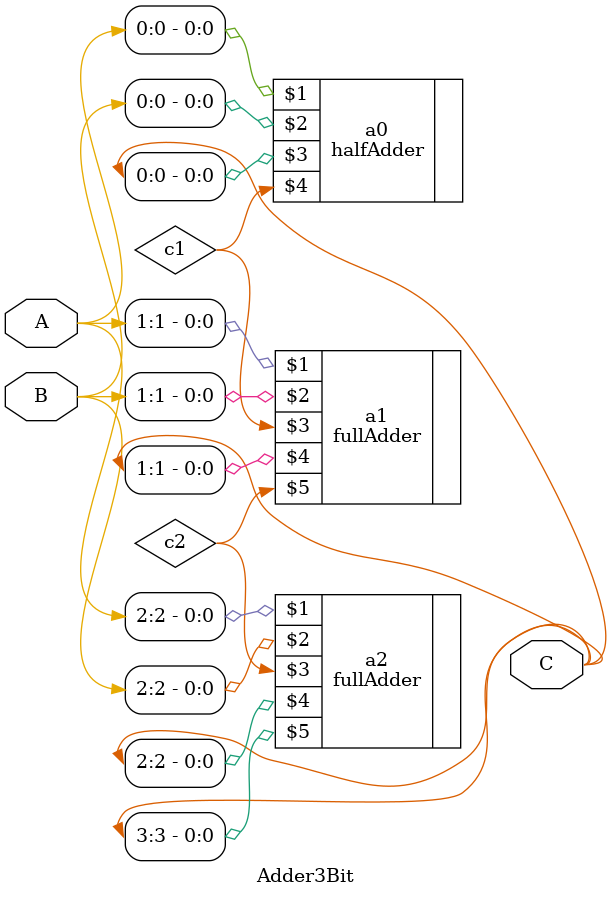
<source format=v>
module Adder3Bit (
    input [2:0] A,
    input [2:0] B,
    output [3:0] C
);

wire c1, c2;
halfAdder a0(A[0], B[0], C[0], c1);

fullAdder a1(A[1], B[1], c1, C[1], c2);
fullAdder a2(A[2], B[2], c2, C[2], C[3]);
    


endmodule
</source>
